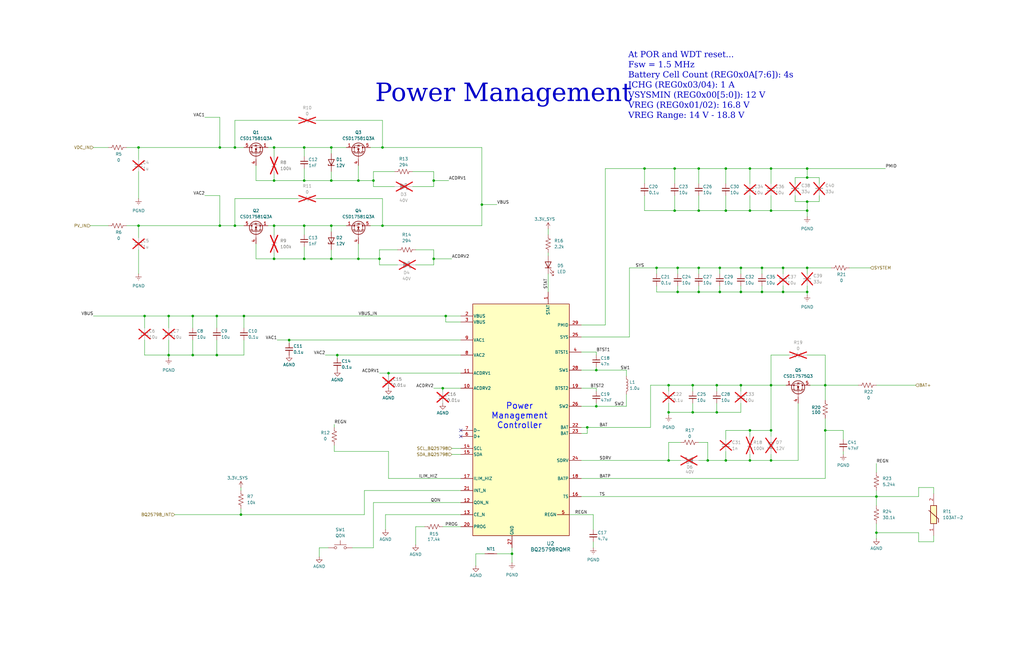
<source format=kicad_sch>
(kicad_sch (version 20231120) (generator "eeschema") (generator_version "8.0")
  (paper "B")
  (title_block (title "SCAN") (date "2025-01-30") (rev "v1.1") (company "Senior Design Group 35"))
  (junction (at 340.36 71.12))
  (junction (at 306.07 194.31))
  (junction (at 251.46 156.21))
  (junction (at 60.96 133.35))
  (junction (at 340.36 123.19))
  (junction (at 281.94 162.56))
  (junction (at 294.64 123.19))
  (junction (at 91.44 133.35))
  (junction (at 151.13 76.2))
  (junction (at 369.57 209.55))
  (junction (at 182.88 76.2))
  (junction (at 215.9 233.68))
  (junction (at 271.78 71.12))
  (junction (at 292.1 162.56))
  (junction (at 182.88 109.22))
  (junction (at 298.45 194.31))
  (junction (at 369.57 224.79))
  (junction (at 58.42 62.23))
  (junction (at 306.07 88.9))
  (junction (at 303.53 113.03))
  (junction (at 128.27 109.22))
  (junction (at 71.12 133.35))
  (junction (at 316.23 181.61))
  (junction (at 302.26 173.99))
  (junction (at 281.94 194.31))
  (junction (at 330.2 113.03))
  (junction (at 325.12 194.31))
  (junction (at 81.28 133.35))
  (junction (at 312.42 113.03))
  (junction (at 187.96 133.35))
  (junction (at 316.23 194.31))
  (junction (at 284.48 88.9))
  (junction (at 128.27 95.25))
  (junction (at 340.36 88.9))
  (junction (at 302.26 162.56))
  (junction (at 312.42 162.56))
  (junction (at 186.69 163.83))
  (junction (at 157.48 76.2))
  (junction (at 151.13 109.22))
  (junction (at 325.12 162.56))
  (junction (at 163.83 157.48))
  (junction (at 99.06 95.25))
  (junction (at 58.42 95.25))
  (junction (at 294.64 71.12))
  (junction (at 276.86 113.03))
  (junction (at 330.2 123.19))
  (junction (at 139.7 76.2))
  (junction (at 294.64 88.9))
  (junction (at 115.57 95.25))
  (junction (at 128.27 62.23))
  (junction (at 347.98 181.61))
  (junction (at 281.94 173.99))
  (junction (at 251.46 171.45))
  (junction (at 294.64 113.03))
  (junction (at 347.98 162.56))
  (junction (at 160.02 109.22))
  (junction (at 139.7 62.23))
  (junction (at 247.65 180.34))
  (junction (at 92.71 62.23))
  (junction (at 139.7 95.25))
  (junction (at 312.42 123.19))
  (junction (at 102.87 133.35))
  (junction (at 316.23 71.12))
  (junction (at 306.07 71.12))
  (junction (at 325.12 88.9))
  (junction (at 121.92 143.51))
  (junction (at 321.31 123.19))
  (junction (at 115.57 76.2))
  (junction (at 92.71 95.25))
  (junction (at 101.6 217.17))
  (junction (at 340.36 85.09))
  (junction (at 161.29 95.25))
  (junction (at 139.7 109.22))
  (junction (at 303.53 123.19))
  (junction (at 325.12 71.12))
  (junction (at 128.27 76.2))
  (junction (at 161.29 62.23))
  (junction (at 340.36 74.93))
  (junction (at 285.75 113.03))
  (junction (at 91.44 149.86))
  (junction (at 99.06 62.23))
  (junction (at 325.12 181.61))
  (junction (at 340.36 113.03))
  (junction (at 203.2 86.36))
  (junction (at 71.12 149.86))
  (junction (at 316.23 88.9))
  (junction (at 142.24 149.86))
  (junction (at 81.28 149.86))
  (junction (at 115.57 62.23))
  (junction (at 284.48 71.12))
  (junction (at 285.75 123.19))
  (junction (at 115.57 109.22))
  (junction (at 292.1 173.99))
  (junction (at 321.31 113.03))
  (no_connect (at 194.31 184.15))
  (no_connect (at 194.31 181.61))
  (wire (pts (xy 340.36 113.03) (xy 350.52 113.03)))
  (wire (pts (xy 91.44 149.86) (xy 81.28 149.86)))
  (wire (pts (xy 340.36 71.12) (xy 373.38 71.12)))
  (wire (pts (xy 190.5 189.23) (xy 194.31 189.23)))
  (wire (pts (xy 281.94 173.99) (xy 281.94 175.26)))
  (wire (pts (xy 128.27 76.2) (xy 115.57 76.2)))
  (wire (pts (xy 107.95 69.85) (xy 107.95 76.2)))
  (wire (pts (xy 245.11 194.31) (xy 281.94 194.31)))
  (wire (pts (xy 139.7 109.22) (xy 128.27 109.22)))
  (wire (pts (xy 153.67 207.01) (xy 194.31 207.01)))
  (wire (pts (xy 134.62 231.14) (xy 138.43 231.14)))
  (wire (pts (xy 157.48 76.2) (xy 151.13 76.2)))
  (wire (pts (xy 303.53 113.03) (xy 312.42 113.03)))
  (wire (pts (xy 393.7 228.6) (xy 393.7 226.06)))
  (wire (pts (xy 303.53 120.65) (xy 303.53 123.19)))
  (wire (pts (xy 340.36 85.09) (xy 345.44 85.09)))
  (wire (pts (xy 281.94 170.18) (xy 281.94 173.99)))
  (wire (pts (xy 115.57 95.25) (xy 115.57 99.06)))
  (wire (pts (xy 335.28 82.55) (xy 335.28 85.09)))
  (wire (pts (xy 245.11 148.59) (xy 251.46 148.59)))
  (wire (pts (xy 115.57 95.25) (xy 128.27 95.25)))
  (wire (pts (xy 340.36 88.9) (xy 325.12 88.9)))
  (wire (pts (xy 151.13 102.87) (xy 151.13 109.22)))
  (wire (pts (xy 53.34 95.25) (xy 58.42 95.25)))
  (wire (pts (xy 271.78 82.55) (xy 271.78 88.9)))
  (wire (pts (xy 325.12 71.12) (xy 340.36 71.12)))
  (wire (pts (xy 251.46 163.83) (xy 251.46 165.1)))
  (wire (pts (xy 182.88 111.76) (xy 182.88 109.22)))
  (wire (pts (xy 312.42 113.03) (xy 321.31 113.03)))
  (wire (pts (xy 255.27 137.16) (xy 245.11 137.16)))
  (wire (pts (xy 251.46 171.45) (xy 251.46 170.18)))
  (wire (pts (xy 316.23 71.12) (xy 325.12 71.12)))
  (wire (pts (xy 245.11 163.83) (xy 251.46 163.83)))
  (wire (pts (xy 285.75 120.65) (xy 285.75 123.19)))
  (wire (pts (xy 292.1 170.18) (xy 292.1 173.99)))
  (wire (pts (xy 186.69 163.83) (xy 186.69 165.1)))
  (wire (pts (xy 294.64 186.69) (xy 298.45 186.69)))
  (wire (pts (xy 294.64 71.12) (xy 294.64 77.47)))
  (wire (pts (xy 133.35 50.8) (xy 161.29 50.8)))
  (wire (pts (xy 316.23 181.61) (xy 325.12 181.61)))
  (wire (pts (xy 92.71 49.53) (xy 92.71 62.23)))
  (wire (pts (xy 312.42 123.19) (xy 321.31 123.19)))
  (wire (pts (xy 340.36 85.09) (xy 340.36 88.9)))
  (wire (pts (xy 265.43 113.03) (xy 276.86 113.03)))
  (wire (pts (xy 151.13 76.2) (xy 139.7 76.2)))
  (wire (pts (xy 393.7 205.74) (xy 393.7 208.28)))
  (wire (pts (xy 347.98 176.53) (xy 347.98 181.61)))
  (wire (pts (xy 285.75 113.03) (xy 285.75 115.57)))
  (wire (pts (xy 294.64 120.65) (xy 294.64 123.19)))
  (wire (pts (xy 175.26 222.25) (xy 179.07 222.25)))
  (wire (pts (xy 58.42 67.31) (xy 58.42 62.23)))
  (wire (pts (xy 91.44 133.35) (xy 102.87 133.35)))
  (wire (pts (xy 312.42 170.18) (xy 312.42 173.99)))
  (wire (pts (xy 203.2 95.25) (xy 203.2 86.36)))
  (wire (pts (xy 321.31 113.03) (xy 330.2 113.03)))
  (wire (pts (xy 107.95 102.87) (xy 107.95 109.22)))
  (wire (pts (xy 302.26 173.99) (xy 292.1 173.99)))
  (wire (pts (xy 285.75 123.19) (xy 294.64 123.19)))
  (wire (pts (xy 251.46 156.21) (xy 251.46 154.94)))
  (wire (pts (xy 340.36 120.65) (xy 340.36 123.19)))
  (wire (pts (xy 245.11 182.88) (xy 247.65 182.88)))
  (wire (pts (xy 274.32 162.56) (xy 281.94 162.56)))
  (wire (pts (xy 347.98 162.56) (xy 347.98 168.91)))
  (wire (pts (xy 340.36 149.86) (xy 347.98 149.86)))
  (wire (pts (xy 115.57 62.23) (xy 128.27 62.23)))
  (wire (pts (xy 245.11 171.45) (xy 251.46 171.45)))
  (wire (pts (xy 173.99 72.39) (xy 182.88 72.39)))
  (wire (pts (xy 107.95 76.2) (xy 115.57 76.2)))
  (wire (pts (xy 306.07 71.12) (xy 316.23 71.12)))
  (wire (pts (xy 125.73 50.8) (xy 99.06 50.8)))
  (wire (pts (xy 369.57 195.58) (xy 369.57 199.39)))
  (wire (pts (xy 182.88 105.41) (xy 182.88 109.22)))
  (wire (pts (xy 190.5 191.77) (xy 194.31 191.77)))
  (wire (pts (xy 298.45 194.31) (xy 306.07 194.31)))
  (wire (pts (xy 240.03 217.17) (xy 250.19 217.17)))
  (wire (pts (xy 215.9 231.14) (xy 215.9 233.68)))
  (wire (pts (xy 160.02 109.22) (xy 160.02 105.41)))
  (wire (pts (xy 306.07 181.61) (xy 316.23 181.61)))
  (wire (pts (xy 102.87 143.51) (xy 102.87 149.86)))
  (wire (pts (xy 102.87 149.86) (xy 91.44 149.86)))
  (wire (pts (xy 265.43 113.03) (xy 265.43 142.24)))
  (wire (pts (xy 140.97 179.07) (xy 140.97 180.34)))
  (wire (pts (xy 151.13 69.85) (xy 151.13 76.2)))
  (wire (pts (xy 306.07 88.9) (xy 316.23 88.9)))
  (wire (pts (xy 271.78 88.9) (xy 284.48 88.9)))
  (wire (pts (xy 86.36 49.53) (xy 92.71 49.53)))
  (wire (pts (xy 303.53 123.19) (xy 312.42 123.19)))
  (wire (pts (xy 71.12 133.35) (xy 81.28 133.35)))
  (wire (pts (xy 209.55 233.68) (xy 215.9 233.68)))
  (wire (pts (xy 128.27 95.25) (xy 139.7 95.25)))
  (wire (pts (xy 312.42 113.03) (xy 312.42 115.57)))
  (wire (pts (xy 325.12 191.77) (xy 325.12 194.31)))
  (wire (pts (xy 298.45 186.69) (xy 298.45 194.31)))
  (wire (pts (xy 325.12 149.86) (xy 325.12 162.56)))
  (wire (pts (xy 182.88 72.39) (xy 182.88 76.2)))
  (wire (pts (xy 369.57 209.55) (xy 369.57 213.36)))
  (wire (pts (xy 134.62 234.95) (xy 134.62 231.14)))
  (wire (pts (xy 115.57 109.22) (xy 115.57 106.68)))
  (wire (pts (xy 245.11 142.24) (xy 265.43 142.24)))
  (wire (pts (xy 73.66 217.17) (xy 101.6 217.17)))
  (wire (pts (xy 358.14 113.03) (xy 367.03 113.03)))
  (wire (pts (xy 316.23 184.15) (xy 316.23 181.61)))
  (wire (pts (xy 355.6 185.42) (xy 355.6 181.61)))
  (wire (pts (xy 281.94 162.56) (xy 292.1 162.56)))
  (wire (pts (xy 200.66 238.76) (xy 200.66 233.68)))
  (wire (pts (xy 292.1 162.56) (xy 302.26 162.56)))
  (wire (pts (xy 175.26 229.87) (xy 175.26 222.25)))
  (wire (pts (xy 53.34 62.23) (xy 58.42 62.23)))
  (wire (pts (xy 245.11 180.34) (xy 247.65 180.34)))
  (wire (pts (xy 369.57 220.98) (xy 369.57 224.79)))
  (wire (pts (xy 128.27 95.25) (xy 128.27 99.06)))
  (wire (pts (xy 186.69 163.83) (xy 194.31 163.83)))
  (wire (pts (xy 92.71 82.55) (xy 92.71 95.25)))
  (wire (pts (xy 60.96 133.35) (xy 60.96 138.43)))
  (wire (pts (xy 60.96 133.35) (xy 71.12 133.35)))
  (wire (pts (xy 139.7 105.41) (xy 139.7 109.22)))
  (wire (pts (xy 284.48 88.9) (xy 294.64 88.9)))
  (wire (pts (xy 71.12 143.51) (xy 71.12 149.86)))
  (wire (pts (xy 274.32 180.34) (xy 274.32 162.56)))
  (wire (pts (xy 139.7 95.25) (xy 146.05 95.25)))
  (wire (pts (xy 321.31 120.65) (xy 321.31 123.19)))
  (wire (pts (xy 347.98 149.86) (xy 347.98 162.56)))
  (wire (pts (xy 325.12 181.61) (xy 325.12 184.15)))
  (wire (pts (xy 302.26 162.56) (xy 302.26 165.1)))
  (wire (pts (xy 182.88 78.74) (xy 182.88 76.2)))
  (wire (pts (xy 387.35 205.74) (xy 393.7 205.74)))
  (wire (pts (xy 157.48 72.39) (xy 166.37 72.39)))
  (wire (pts (xy 99.06 95.25) (xy 102.87 95.25)))
  (wire (pts (xy 173.99 78.74) (xy 182.88 78.74)))
  (wire (pts (xy 175.26 105.41) (xy 182.88 105.41)))
  (wire (pts (xy 163.83 157.48) (xy 163.83 158.75)))
  (wire (pts (xy 101.6 217.17) (xy 153.67 217.17)))
  (wire (pts (xy 139.7 72.39) (xy 139.7 76.2)))
  (wire (pts (xy 162.56 217.17) (xy 194.31 217.17)))
  (wire (pts (xy 347.98 162.56) (xy 361.95 162.56)))
  (wire (pts (xy 128.27 104.14) (xy 128.27 109.22)))
  (wire (pts (xy 312.42 120.65) (xy 312.42 123.19)))
  (wire (pts (xy 209.55 86.36) (xy 203.2 86.36)))
  (wire (pts (xy 264.16 156.21) (xy 251.46 156.21)))
  (wire (pts (xy 151.13 109.22) (xy 139.7 109.22)))
  (wire (pts (xy 92.71 62.23) (xy 99.06 62.23)))
  (wire (pts (xy 113.03 62.23) (xy 115.57 62.23)))
  (wire (pts (xy 99.06 50.8) (xy 99.06 62.23)))
  (wire (pts (xy 231.14 106.68) (xy 231.14 107.95)))
  (wire (pts (xy 128.27 71.12) (xy 128.27 76.2)))
  (wire (pts (xy 39.37 133.35) (xy 60.96 133.35)))
  (wire (pts (xy 187.96 133.35) (xy 194.31 133.35)))
  (wire (pts (xy 182.88 76.2) (xy 189.23 76.2)))
  (wire (pts (xy 302.26 170.18) (xy 302.26 173.99)))
  (wire (pts (xy 58.42 62.23) (xy 92.71 62.23)))
  (wire (pts (xy 60.96 143.51) (xy 60.96 149.86)))
  (wire (pts (xy 161.29 62.23) (xy 203.2 62.23)))
  (wire (pts (xy 163.83 190.5) (xy 140.97 190.5)))
  (wire (pts (xy 139.7 95.25) (xy 139.7 97.79)))
  (wire (pts (xy 255.27 71.12) (xy 255.27 137.16)))
  (wire (pts (xy 163.83 157.48) (xy 194.31 157.48)))
  (wire (pts (xy 247.65 182.88) (xy 247.65 180.34)))
  (wire (pts (xy 316.23 82.55) (xy 316.23 88.9)))
  (wire (pts (xy 115.57 76.2) (xy 115.57 73.66)))
  (wire (pts (xy 153.67 217.17) (xy 153.67 207.01)))
  (wire (pts (xy 271.78 71.12) (xy 284.48 71.12)))
  (wire (pts (xy 58.42 105.41) (xy 58.42 115.57)))
  (wire (pts (xy 316.23 194.31) (xy 325.12 194.31)))
  (wire (pts (xy 325.12 71.12) (xy 325.12 77.47)))
  (wire (pts (xy 71.12 133.35) (xy 71.12 138.43)))
  (wire (pts (xy 245.11 156.21) (xy 251.46 156.21)))
  (wire (pts (xy 175.26 111.76) (xy 182.88 111.76)))
  (wire (pts (xy 161.29 95.25) (xy 203.2 95.25)))
  (wire (pts (xy 186.69 222.25) (xy 194.31 222.25)))
  (wire (pts (xy 369.57 207.01) (xy 369.57 209.55)))
  (wire (pts (xy 340.36 85.09) (xy 335.28 85.09)))
  (wire (pts (xy 247.65 180.34) (xy 274.32 180.34)))
  (wire (pts (xy 115.57 62.23) (xy 115.57 66.04)))
  (wire (pts (xy 281.94 162.56) (xy 281.94 165.1)))
  (wire (pts (xy 264.16 158.75) (xy 264.16 156.21)))
  (wire (pts (xy 113.03 95.25) (xy 115.57 95.25)))
  (wire (pts (xy 200.66 233.68) (xy 204.47 233.68)))
  (wire (pts (xy 58.42 95.25) (xy 92.71 95.25)))
  (wire (pts (xy 345.44 82.55) (xy 345.44 85.09)))
  (wire (pts (xy 58.42 72.39) (xy 58.42 83.82)))
  (wire (pts (xy 161.29 83.82) (xy 161.29 95.25)))
  (wire (pts (xy 340.36 123.19) (xy 330.2 123.19)))
  (wire (pts (xy 340.36 71.12) (xy 340.36 74.93)))
  (wire (pts (xy 157.48 231.14) (xy 157.48 212.09)))
  (wire (pts (xy 81.28 149.86) (xy 71.12 149.86)))
  (wire (pts (xy 340.36 74.93) (xy 345.44 74.93)))
  (wire (pts (xy 157.48 76.2) (xy 157.48 78.74)))
  (wire (pts (xy 345.44 74.93) (xy 345.44 77.47)))
  (wire (pts (xy 276.86 113.03) (xy 276.86 115.57)))
  (wire (pts (xy 332.74 149.86) (xy 325.12 149.86)))
  (wire (pts (xy 251.46 149.86) (xy 251.46 148.59)))
  (wire (pts (xy 321.31 123.19) (xy 330.2 123.19)))
  (wire (pts (xy 276.86 123.19) (xy 285.75 123.19)))
  (wire (pts (xy 303.53 113.03) (xy 303.53 115.57)))
  (wire (pts (xy 142.24 149.86) (xy 137.16 149.86)))
  (wire (pts (xy 340.36 113.03) (xy 340.36 115.57)))
  (wire (pts (xy 292.1 162.56) (xy 292.1 165.1)))
  (wire (pts (xy 203.2 86.36) (xy 203.2 62.23)))
  (wire (pts (xy 284.48 88.9) (xy 284.48 82.55)))
  (wire (pts (xy 312.42 162.56) (xy 325.12 162.56)))
  (wire (pts (xy 276.86 120.65) (xy 276.86 123.19)))
  (wire (pts (xy 340.36 74.93) (xy 335.28 74.93)))
  (wire (pts (xy 91.44 143.51) (xy 91.44 149.86)))
  (wire (pts (xy 294.64 113.03) (xy 303.53 113.03)))
  (wire (pts (xy 161.29 50.8) (xy 161.29 62.23)))
  (wire (pts (xy 255.27 71.12) (xy 271.78 71.12)))
  (wire (pts (xy 287.02 194.31) (xy 281.94 194.31)))
  (wire (pts (xy 156.21 95.25) (xy 161.29 95.25)))
  (wire (pts (xy 369.57 162.56) (xy 386.08 162.56)))
  (wire (pts (xy 287.02 186.69) (xy 281.94 186.69)))
  (wire (pts (xy 102.87 133.35) (xy 187.96 133.35)))
  (wire (pts (xy 71.12 149.86) (xy 71.12 151.13)))
  (wire (pts (xy 245.11 209.55) (xy 369.57 209.55)))
  (wire (pts (xy 325.12 162.56) (xy 325.12 181.61)))
  (wire (pts (xy 140.97 187.96) (xy 140.97 190.5)))
  (wire (pts (xy 194.31 201.93) (xy 163.83 201.93)))
  (wire (pts (xy 166.37 78.74) (xy 157.48 78.74)))
  (wire (pts (xy 128.27 62.23) (xy 139.7 62.23)))
  (wire (pts (xy 38.1 95.25) (xy 45.72 95.25)))
  (wire (pts (xy 81.28 133.35) (xy 81.28 138.43)))
  (wire (pts (xy 264.16 171.45) (xy 251.46 171.45)))
  (wire (pts (xy 187.96 135.89) (xy 187.96 133.35)))
  (wire (pts (xy 107.95 109.22) (xy 115.57 109.22)))
  (wire (pts (xy 167.64 111.76) (xy 160.02 111.76)))
  (wire (pts (xy 294.64 113.03) (xy 294.64 115.57)))
  (wire (pts (xy 325.12 82.55) (xy 325.12 88.9)))
  (wire (pts (xy 276.86 113.03) (xy 285.75 113.03)))
  (wire (pts (xy 215.9 233.68) (xy 215.9 237.49)))
  (wire (pts (xy 121.92 143.51) (xy 121.92 144.78)))
  (wire (pts (xy 163.83 201.93) (xy 163.83 190.5)))
  (wire (pts (xy 325.12 162.56) (xy 331.47 162.56)))
  (wire (pts (xy 162.56 223.52) (xy 162.56 217.17)))
  (wire (pts (xy 285.75 113.03) (xy 294.64 113.03)))
  (wire (pts (xy 347.98 181.61) (xy 355.6 181.61)))
  (wire (pts (xy 264.16 166.37) (xy 264.16 171.45)))
  (wire (pts (xy 101.6 214.63) (xy 101.6 217.17)))
  (wire (pts (xy 194.31 135.89) (xy 187.96 135.89)))
  (wire (pts (xy 139.7 62.23) (xy 146.05 62.23)))
  (wire (pts (xy 139.7 62.23) (xy 139.7 64.77)))
  (wire (pts (xy 292.1 173.99) (xy 281.94 173.99)))
  (wire (pts (xy 306.07 71.12) (xy 306.07 77.47)))
  (wire (pts (xy 321.31 113.03) (xy 321.31 115.57)))
  (wire (pts (xy 294.64 88.9) (xy 306.07 88.9)))
  (wire (pts (xy 160.02 157.48) (xy 163.83 157.48)))
  (wire (pts (xy 58.42 100.33) (xy 58.42 95.25)))
  (wire (pts (xy 294.64 123.19) (xy 303.53 123.19)))
  (wire (pts (xy 101.6 205.74) (xy 101.6 207.01)))
  (wire (pts (xy 128.27 109.22) (xy 115.57 109.22)))
  (wire (pts (xy 148.59 231.14) (xy 157.48 231.14)))
  (wire (pts (xy 387.35 209.55) (xy 387.35 205.74)))
  (wire (pts (xy 99.06 62.23) (xy 102.87 62.23)))
  (wire (pts (xy 335.28 74.93) (xy 335.28 77.47)))
  (wire (pts (xy 91.44 138.43) (xy 91.44 133.35)))
  (wire (pts (xy 294.64 71.12) (xy 306.07 71.12)))
  (wire (pts (xy 182.88 109.22) (xy 190.5 109.22)))
  (wire (pts (xy 156.21 62.23) (xy 161.29 62.23)))
  (wire (pts (xy 306.07 82.55) (xy 306.07 88.9)))
  (wire (pts (xy 92.71 95.25) (xy 99.06 95.25)))
  (wire (pts (xy 330.2 120.65) (xy 330.2 123.19)))
  (wire (pts (xy 142.24 149.86) (xy 142.24 151.13)))
  (wire (pts (xy 157.48 72.39) (xy 157.48 76.2)))
  (wire (pts (xy 330.2 113.03) (xy 340.36 113.03)))
  (wire (pts (xy 133.35 83.82) (xy 161.29 83.82)))
  (wire (pts (xy 355.6 190.5) (xy 355.6 191.77)))
  (wire (pts (xy 86.36 82.55) (xy 92.71 82.55)))
  (wire (pts (xy 312.42 162.56) (xy 312.42 165.1)))
  (wire (pts (xy 387.35 228.6) (xy 393.7 228.6)))
  (wire (pts (xy 128.27 62.23) (xy 128.27 66.04)))
  (wire (pts (xy 387.35 224.79) (xy 387.35 228.6)))
  (wire (pts (xy 245.11 201.93) (xy 347.98 201.93)))
  (wire (pts (xy 302.26 162.56) (xy 312.42 162.56)))
  (wire (pts (xy 39.37 62.23) (xy 45.72 62.23)))
  (wire (pts (xy 306.07 194.31) (xy 316.23 194.31)))
  (wire (pts (xy 139.7 76.2) (xy 128.27 76.2)))
  (wire (pts (xy 81.28 143.51) (xy 81.28 149.86)))
  (wire (pts (xy 347.98 162.56) (xy 341.63 162.56)))
  (wire (pts (xy 182.88 163.83) (xy 186.69 163.83)))
  (wire (pts (xy 306.07 185.42) (xy 306.07 181.61)))
  (wire (pts (xy 369.57 224.79) (xy 369.57 227.33)))
  (wire (pts (xy 316.23 71.12) (xy 316.23 77.47)))
  (wire (pts (xy 281.94 186.69) (xy 281.94 194.31)))
  (wire (pts (xy 336.55 170.18) (xy 336.55 194.31)))
  (wire (pts (xy 284.48 71.12) (xy 284.48 77.47)))
  (wire (pts (xy 125.73 83.82) (xy 99.06 83.82)))
  (wire (pts (xy 316.23 191.77) (xy 316.23 194.31)))
  (wire (pts (xy 231.14 96.52) (xy 231.14 99.06)))
  (wire (pts (xy 250.19 228.6) (xy 250.19 231.14)))
  (wire (pts (xy 81.28 133.35) (xy 91.44 133.35)))
  (wire (pts (xy 340.36 123.19) (xy 340.36 124.46)))
  (wire (pts (xy 294.64 82.55) (xy 294.64 88.9)))
  (wire (pts (xy 306.07 190.5) (xy 306.07 194.31)))
  (wire (pts (xy 294.64 194.31) (xy 298.45 194.31)))
  (wire (pts (xy 387.35 224.79) (xy 369.57 224.79)))
  (wire (pts (xy 312.42 173.99) (xy 302.26 173.99)))
  (wire (pts (xy 387.35 209.55) (xy 369.57 209.55)))
  (wire (pts (xy 340.36 88.9) (xy 340.36 91.44)))
  (wire (pts (xy 325.12 194.31) (xy 336.55 194.31)))
  (wire (pts (xy 347.98 181.61) (xy 347.98 201.93)))
  (wire (pts (xy 157.48 212.09) (xy 194.31 212.09)))
  (wire (pts (xy 151.13 109.22) (xy 160.02 109.22)))
  (wire (pts (xy 250.19 217.17) (xy 250.19 223.52)))
  (wire (pts (xy 160.02 111.76) (xy 160.02 109.22)))
  (wire (pts (xy 231.14 115.57) (xy 231.14 123.19)))
  (wire (pts (xy 194.31 143.51) (xy 121.92 143.51)))
  (wire (pts (xy 284.48 71.12) (xy 294.64 71.12)))
  (wire (pts (xy 60.96 149.86) (xy 71.12 149.86)))
  (wire (pts (xy 142.24 149.86) (xy 194.31 149.86)))
  (wire (pts (xy 330.2 113.03) (xy 330.2 115.57)))
  (wire (pts (xy 325.12 88.9) (xy 316.23 88.9)))
  (wire (pts (xy 121.92 143.51) (xy 116.84 143.51)))
  (wire (pts (xy 99.06 83.82) (xy 99.06 95.25)))
  (wire (pts (xy 102.87 133.35) (xy 102.87 138.43)))
  (wire (pts (xy 160.02 105.41) (xy 167.64 105.41)))
  (wire (pts (xy 271.78 71.12) (xy 271.78 77.47)))
  (text "At POR and WDT reset...\nFsw = 1.5 MHz \nBattery Cell Count (REG0x0A[7:6]): 4s\nICHG (REG0x03/04): 1 A\nVSYSMIN (REG0x00[5:0]): 12 V\nVREG (REG0x01/02): 16.8 V\nVREG Range: 14 V - 18.8 V\n" (at 264.922 51.054 0) (effects (font (size 2.54 2.54) (thickness 0.3175)) (justify left bottom)))
  (text "Power Management" (at 212.344 41.656 0) (effects (font (size 7.62 7.62) (thickness 0.9525))))
  (label "ACDRV2" (at 182.88 163.83 180))
  (label "REGN" (at 140.97 179.07 0))
  (label "PMID" (at 373.38 71.12 0))
  (label "QON" (at 181.61 212.09 0))
  (label "ACDRV1" (at 189.23 76.2 0))
  (label "STAT" (at 231.14 121.92 90))
  (label "VAC1" (at 86.36 49.53 180))
  (label "REGN" (at 247.65 217.17 180))
  (label "SYS" (at 267.97 113.03 0))
  (label "BAT" (at 252.73 180.34 0))
  (label "ACDRV1" (at 160.02 157.48 180))
  (label "TS" (at 252.73 209.55 0))
  (label "BTST2" (at 248.92 163.83 0))
  (label "VAC2" (at 86.36 82.55 180))
  (label "VAC1" (at 116.84 143.51 180))
  (label "BTST1" (at 251.46 148.59 0))
  (label "VAC2" (at 137.16 149.86 180))
  (label "VBUS" (at 39.37 133.35 180))
  (label "ACDRV2" (at 190.5 109.22 0))
  (label "REGN" (at 369.57 195.58 0))
  (label "VBUS_IN" (at 151.13 133.35 0))
  (label "VBUS" (at 209.55 86.36 0))
  (label "BATP" (at 252.73 201.93 0))
  (label "PROG" (at 193.04 222.25 180))
  (label "SW1" (at 261.62 156.21 0))
  (label "SDRV" (at 252.73 194.31 0))
  (label "ILIM_HIZ" (at 176.53 201.93 0))
  (label "SW2" (at 259.08 171.45 0))
  (hierarchical_label "SDA_BQ25798" (shape input) (at 190.5 191.77 180))
  (hierarchical_label "BQ25798_INT" (shape input) (at 73.66 217.17 180))
  (hierarchical_label "SCL_BQ25798" (shape input) (at 190.5 189.23 180))
  (hierarchical_label "SYSTEM" (shape input) (at 367.03 113.03 0))
  (hierarchical_label "BAT+" (shape input) (at 386.08 162.56 0))
  (hierarchical_label "VDC_IN" (shape input) (at 39.37 62.23 180))
  (hierarchical_label "PV_IN" (shape input) (at 38.1 95.25 180))
  (symbol (lib_id "Device:R_US") (at 129.54 83.82 90) (unit 1) (dnp yes)
    (property "Reference" "R11" (at 129.54 78.486 90))
    (property "Value" "0" (at 129.54 81.026 90))
    (property "Footprint" "Resistor_SMD:R_0805_2012Metric" (effects (hide yes)))
    (property "Description" "Resistor, US symbol" (effects (hide yes)))
  )
  (symbol (lib_id "Device:C_Small") (at 316.23 80.01 0) (unit 1) (dnp yes)
    (property "Reference" "C34" (at 318.008 78.74 0) (effects (justify left)))
    (property "Value" "10u" (at 318.008 81.28 0) (effects (justify left)))
    (property "Footprint" "Capacitor_SMD:C_0805_2012Metric" (effects (hide yes)))
    (property "Description" "ceramic" (effects (hide yes)))
  )
  (symbol (lib_id "power:+3.3V") (at 231.14 96.52 0) (unit 1)
    (property "Reference" "#PWR037" (effects (hide yes)))
    (property "Value" "3.3V_SYS" (at 225.298 92.456 0) (effects (justify left)))
    (property "Description" "Power symbol creates a global label with name \"+3.3V\"" (effects (hide yes)))
  )
  (symbol (lib_id "Device:C_Small") (at 186.69 167.64 0) (unit 1) (dnp yes)
    (property "Reference" "C16" (at 188.468 166.37 0) (effects (justify left)))
    (property "Value" "0.01u" (at 188.468 168.91 0) (effects (justify left)))
    (property "Footprint" "Capacitor_SMD:C_0402_1005Metric" (effects (hide yes)))
  )
  (symbol (lib_id "Device:C_Small") (at 355.6 187.96 0) (unit 1)
    (property "Reference" "C41" (at 357.378 186.69 0) (effects (justify left)))
    (property "Value" "47nF" (at 357.378 189.23 0) (effects (justify left)))
    (property "Footprint" "Capacitor_SMD:C_0402_1005Metric" (effects (hide yes)))
    (property "Description" "10V" (effects (hide yes)))
  )
  (symbol (lib_id "Device:R_US") (at 171.45 105.41 90) (unit 1)
    (property "Reference" "R14" (at 171.45 99.06 90))
    (property "Value" "294" (at 171.45 101.6 90))
    (property "Footprint" "Resistor_SMD:R_0603_1608Metric" (effects (hide yes)))
    (property "Description" "Resistor, US symbol" (effects (hide yes)))
  )
  (symbol (lib_id "power:GND") (at 175.26 229.87 0) (unit 1)
    (property "Reference" "#PWR033" (effects (hide yes)))
    (property "Value" "AGND" (at 175.26 233.934 0))
    (property "Description" "Power symbol creates a global label with name \"GND\" , ground" (effects (hide yes)))
  )
  (symbol (lib_id "Device:C_Small") (at 281.94 167.64 0) (unit 1) (dnp yes)
    (property "Reference" "C22" (at 283.718 166.37 0) (effects (justify left)))
    (property "Value" "0.1u" (at 283.718 168.91 0) (effects (justify left)))
    (property "Footprint" "Capacitor_SMD:C_0402_1005Metric" (effects (hide yes)))
  )
  (symbol (lib_id "Device:R_US") (at 354.33 113.03 90) (unit 1)
    (property "Reference" "R21" (at 354.838 115.824 90))
    (property "Value" "0" (at 354.838 118.364 90))
    (property "Footprint" "Resistor_SMD:R_2010_5025Metric" (effects (hide yes)))
    (property "Description" "Resistor, US symbol" (effects (hide yes)))
  )
  (symbol (lib_id "Device:C_Small") (at 60.96 140.97 0) (unit 1) (dnp yes)
    (property "Reference" "C6" (at 62.738 139.7 0) (effects (justify left)))
    (property "Value" "10u" (at 62.738 142.24 0) (effects (justify left)))
    (property "Footprint" "Capacitor_SMD:C_0805_2012Metric" (effects (hide yes)))
  )
  (symbol (lib_id "Device:C_Small") (at 325.12 80.01 0) (unit 1) (dnp yes)
    (property "Reference" "C36" (at 326.898 78.74 0) (effects (justify left)))
    (property "Value" "10u" (at 326.898 81.28 0) (effects (justify left)))
    (property "Footprint" "Capacitor_SMD:C_0805_2012Metric" (effects (hide yes)))
    (property "Description" "ceramic" (effects (hide yes)))
  )
  (symbol (lib_id "Device:C_Small") (at 303.53 118.11 0) (unit 1)
    (property "Reference" "C29" (at 305.308 116.84 0) (effects (justify left)))
    (property "Value" "10u" (at 305.308 119.38 0) (effects (justify left)))
    (property "Footprint" "Capacitor_SMD:C_0805_2012Metric" (effects (hide yes)))
  )
  (symbol (lib_id "Device:D_Zener") (at 139.7 68.58 90) (unit 1)
    (property "Reference" "D1" (at 141.732 67.31 90) (effects (justify right)))
    (property "Value" "12V" (at 141.732 69.85 90) (effects (justify right)))
    (property "Footprint" "Diode_SMD:D_SOD-523" (effects (hide yes)))
    (property "Description" "Zener diode" (effects (hide yes)))
  )
  (symbol (lib_id "Device:C_Small") (at 292.1 167.64 0) (unit 1)
    (property "Reference" "C25" (at 293.878 166.37 0) (effects (justify left)))
    (property "Value" "10u" (at 293.878 168.91 0) (effects (justify left)))
    (property "Footprint" "Capacitor_SMD:C_0603_1608Metric" (effects (hide yes)))
  )
  (symbol (lib_id "power:+3.3V") (at 101.6 205.74 0) (unit 1)
    (property "Reference" "#PWR027" (effects (hide yes)))
    (property "Value" "3.3V_SYS" (at 95.758 201.676 0) (effects (justify left)))
    (property "Description" "Power symbol creates a global label with name \"+3.3V\"" (effects (hide yes)))
  )
  (symbol (lib_id "Device:D_Zener") (at 325.12 187.96 90) (unit 1) (dnp yes)
    (property "Reference" "D7" (at 327.152 186.69 90) (effects (justify right)))
    (property "Value" "12V" (at 327.152 189.23 90) (effects (justify right)))
    (property "Footprint" "Diode_SMD:D_SOD-523" (effects (hide yes)))
    (property "Description" "Zener diode" (effects (hide yes)))
  )
  (symbol (lib_id "Device:C_Small") (at 251.46 152.4 0) (unit 1)
    (property "Reference" "C18" (at 253.238 151.13 0) (effects (justify left)))
    (property "Value" "47n" (at 253.238 153.67 0) (effects (justify left)))
    (property "Footprint" "Capacitor_SMD:C_0402_1005Metric" (effects (hide yes)))
    (property "Description" "10V or higher" (effects (hide yes)))
  )
  (symbol (lib_id "Device:C_Small") (at 294.64 80.01 0) (unit 1)
    (property "Reference" "C26" (at 296.418 78.74 0) (effects (justify left)))
    (property "Value" "10u" (at 296.418 81.28 0) (effects (justify left)))
    (property "Footprint" "Capacitor_SMD:C_0805_2012Metric" (effects (hide yes)))
    (property "Description" "ceramic" (effects (hide yes)))
  )
  (symbol (lib_id "Device:R_US") (at 365.76 162.56 90) (unit 1)
    (property "Reference" "R22" (at 366.268 165.354 90))
    (property "Value" "0" (at 366.268 167.894 90))
    (property "Footprint" "Resistor_SMD:R_2010_5025Metric" (effects (hide yes)))
    (property "Description" "Resistor, US symbol" (effects (hide yes)))
  )
  (symbol (lib_id "Device:C_Small") (at 121.92 147.32 0) (unit 1)
    (property "Reference" "C11" (at 123.698 146.05 0) (effects (justify left)))
    (property "Value" "0.1u" (at 123.698 148.59 0) (effects (justify left)))
    (property "Footprint" "Capacitor_SMD:C_0402_1005Metric" (effects (hide yes)))
  )
  (symbol (lib_id "Device:R_US") (at 316.23 187.96 180) (unit 1) (dnp yes)
    (property "Reference" "R18" (at 319.532 186.69 0))
    (property "Value" "100k" (at 320.04 189.23 0))
    (property "Footprint" "Resistor_SMD:R_0402_1005Metric" (effects (hide yes)))
    (property "Description" "Resistor, US symbol" (effects (hide yes)))
  )
  (symbol (lib_id "Device:R_US") (at 336.55 149.86 90) (unit 1) (dnp yes)
    (property "Reference" "R19" (at 336.55 144.526 90))
    (property "Value" "0" (at 336.55 147.066 90))
    (property "Footprint" "Resistor_SMD:R_0805_2012Metric" (effects (hide yes)))
    (property "Description" "Resistor, US symbol" (effects (hide yes)))
  )
  (symbol (lib_id "Device:C_Small") (at 142.24 153.67 0) (unit 1)
    (property "Reference" "C14" (at 144.018 152.4 0) (effects (justify left)))
    (property "Value" "0.1u" (at 144.018 154.94 0) (effects (justify left)))
    (property "Footprint" "Capacitor_SMD:C_0402_1005Metric" (effects (hide yes)))
  )
  (symbol (lib_id "Device:C_Small") (at 102.87 140.97 0) (unit 1)
    (property "Reference" "C10" (at 104.648 139.7 0) (effects (justify left)))
    (property "Value" "0.1u" (at 104.648 142.24 0) (effects (justify left)))
    (property "Footprint" "Capacitor_SMD:C_0402_1005Metric" (effects (hide yes)))
  )
  (symbol (lib_id "Device:R_US") (at 231.14 102.87 0) (unit 1)
    (property "Reference" "R16" (at 233.68 101.5999 0) (effects (justify left)))
    (property "Value" "2.2k" (at 233.68 104.1399 0) (effects (justify left)))
    (property "Footprint" "Resistor_SMD:R_0402_1005Metric" (effects (hide yes)))
    (property "Description" "Resistor, US symbol" (effects (hide yes)))
  )
  (symbol (lib_id "Device:C_Small") (at 312.42 118.11 0) (unit 1)
    (property "Reference" "C32" (at 314.198 116.84 0) (effects (justify left)))
    (property "Value" "10u" (at 314.198 119.38 0) (effects (justify left)))
    (property "Footprint" "Capacitor_SMD:C_0805_2012Metric" (effects (hide yes)))
  )
  (symbol (lib_id "power:GND") (at 186.69 170.18 0) (unit 1)
    (property "Reference" "#PWR034" (effects (hide yes)))
    (property "Value" "AGND" (at 186.69 174.244 0))
    (property "Description" "Power symbol creates a global label with name \"GND\" , ground" (effects (hide yes)))
  )
  (symbol (lib_id "power:GND") (at 134.62 234.95 0) (unit 1)
    (property "Reference" "#PWR029" (effects (hide yes)))
    (property "Value" "AGND" (at 134.62 239.014 0))
    (property "Description" "Power symbol creates a global label with name \"GND\" , ground" (effects (hide yes)))
  )
  (symbol (lib_id "Device:C_Small") (at 81.28 140.97 0) (unit 1)
    (property "Reference" "C8" (at 83.058 139.7 0) (effects (justify left)))
    (property "Value" "10u" (at 83.058 142.24 0) (effects (justify left)))
    (property "Footprint" "Capacitor_SMD:C_0805_2012Metric" (effects (hide yes)))
  )
  (symbol (lib_id "Device:C_Small") (at 128.27 68.58 0) (unit 1)
    (property "Reference" "C12" (at 130.048 67.31 0) (effects (justify left)))
    (property "Value" "1nF" (at 130.048 69.85 0) (effects (justify left)))
    (property "Footprint" "Capacitor_SMD:C_0402_1005Metric" (effects (hide yes)))
  )
  (symbol (lib_id "Device:R_US") (at 115.57 102.87 0) (unit 1) (dnp yes)
    (property "Reference" "R9" (at 118.11 101.5999 0) (effects (justify left)))
    (property "Value" "100k" (at 118.11 104.1399 0) (effects (justify left)))
    (property "Footprint" "Resistor_SMD:R_0402_1005Metric" (effects (hide yes)))
    (property "Description" "Resistor, US symbol" (effects (hide yes)))
  )
  (symbol (lib_id "Device:R_US") (at 129.54 50.8 90) (unit 1) (dnp yes)
    (property "Reference" "R10" (at 129.54 45.466 90))
    (property "Value" "0" (at 129.54 48.006 90))
    (property "Footprint" "Resistor_SMD:R_0805_2012Metric" (effects (hide yes)))
    (property "Description" "Resistor, US symbol" (effects (hide yes)))
  )
  (symbol (lib_id "Device:R_US") (at 49.53 95.25 90) (unit 1)
    (property "Reference" "R6" (at 50.038 98.044 90))
    (property "Value" "0" (at 50.038 100.584 90))
    (property "Footprint" "Resistor_SMD:R_2010_5025Metric" (effects (hide yes)))
    (property "Description" "Resistor, US symbol" (effects (hide yes)))
  )
  (symbol (lib_id "Device:R_US") (at 140.97 184.15 180) (unit 1)
    (property "Reference" "R12" (at 137.16 182.626 0))
    (property "Value" "0" (at 137.16 185.166 0))
    (property "Footprint" "Resistor_SMD:R_0805_2012Metric" (effects (hide yes)))
    (property "Description" "Resistor, US symbol" (effects (hide yes)))
  )
  (symbol (lib_id "power:GND") (at 200.66 238.76 0) (unit 1)
    (property "Reference" "#PWR035" (effects (hide yes)))
    (property "Value" "AGND" (at 200.66 242.824 0))
    (property "Description" "Power symbol creates a global label with name \"GND\" , ground" (effects (hide yes)))
  )
  (symbol (lib_id "Transistor_FET:CSD17577Q3A") (at 336.55 165.1 270) (mirror x) (unit 1)
    (property "Reference" "Q5" (at 336.55 156.21 90))
    (property "Value" "CSD17575Q3" (at 336.55 158.75 90))
    (property "Footprint" "Package_SON:VSON-8_3.3x3.3mm_P0.65mm_NexFET" (effects (hide yes)))
    (property "Datasheet" "https://www.ti.com/lit/ds/symlink/csd17577q3a.pdf" (effects (hide yes)))
    (property "Description" "35A Id, 30V Vds, NexFET N-Channel Power MOSFET, 4.0mOhm Ron, Qg Typ 12nC, VSON-8 3.3x3.3mm" (effects (hide yes)))
  )
  (symbol (lib_id "power:GNDREF") (at 281.94 175.26 0) (unit 1)
    (property "Reference" "#PWR039" (effects (hide yes)))
    (property "Value" "PGND" (at 281.94 180.34 0))
    (property "Description" "Power symbol creates a global label with name \"GNDREF\" , reference supply ground" (effects (hide yes)))
  )
  (symbol (lib_id "power:GNDREF") (at 58.42 83.82 0) (unit 1)
    (property "Reference" "#PWR024" (effects (hide yes)))
    (property "Value" "PGND" (at 58.42 88.9 0))
    (property "Description" "Power symbol creates a global label with name \"GNDREF\" , reference supply ground" (effects (hide yes)))
  )
  (symbol (lib_id "custom_symbols:103AT-2") (at 393.7 226.06 90) (unit 1)
    (property "Reference" "RT1" (at 397.51 215.8999 90) (effects (justify right)))
    (property "Value" "103AT-2" (at 397.51 218.4399 90) (effects (justify right)))
    (property "Footprint" "SCAN_footprints:103AT2" (effects (hide yes)))
    (property "Datasheet" "https://www.semitec-global.com/uploads/2022/01/P12-13-AT-Thermistor.pdf" (effects (hide yes)))
    (property "Description" "NTC (Negative Temperature Coefficient) Thermistors 10kohm 1%" (effects (hide yes)))
    (property "Height" "9.5" (effects (hide yes)))
    (property "Mouser Part Number" "954-103AT-2" (effects (hide yes)))
    (property "Mouser Price/Stock" "https://www.mouser.co.uk/ProductDetail/Semitec/103AT-2?qs=wgO0AD0o1vvcDzsKguD%252Bew%3D%3D" (effects (hide yes)))
    (property "Manufacturer_Name" "Semitec" (effects (hide yes)))
    (property "Manufacturer_Part_Number" "103AT-2" (effects (hide yes)))
  )
  (symbol (lib_id "Device:R_US") (at 290.83 186.69 90) (unit 1)
    (property "Reference" "R17" (at 290.83 181.61 90))
    (property "Value" "0" (at 290.83 184.15 90))
    (property "Footprint" "Resistor_SMD:R_0603_1608Metric" (effects (hide yes)))
    (property "Description" "Resistor, US symbol" (effects (hide yes)))
  )
  (symbol (lib_id "power:GND") (at 163.83 163.83 0) (unit 1)
    (property "Reference" "#PWR032" (effects (hide yes)))
    (property "Value" "AGND" (at 163.83 167.894 0))
    (property "Description" "Power symbol creates a global label with name \"GND\" , ground" (effects (hide yes)))
  )
  (symbol (lib_id "power:GNDREF") (at 355.6 191.77 0) (unit 1)
    (property "Reference" "#PWR042" (effects (hide yes)))
    (property "Value" "PGND" (at 355.6 196.342 0))
    (property "Description" "Power symbol creates a global label with name \"GNDREF\" , reference supply ground" (effects (hide yes)))
  )
  (symbol (lib_id "Device:C_Small") (at 285.75 118.11 0) (unit 1)
    (property "Reference" "C24" (at 287.528 116.84 0) (effects (justify left)))
    (property "Value" "10u" (at 287.528 119.38 0) (effects (justify left)))
    (property "Footprint" "Capacitor_SMD:C_0805_2012Metric" (effects (hide yes)))
  )
  (symbol (lib_id "Device:C_Small") (at 163.83 161.29 0) (unit 1) (dnp yes)
    (property "Reference" "C15" (at 165.608 160.02 0) (effects (justify left)))
    (property "Value" "0.01u" (at 165.608 162.56 0) (effects (justify left)))
    (property "Footprint" "Capacitor_SMD:C_0402_1005Metric" (effects (hide yes)))
  )
  (symbol (lib_id "Device:D_Schottky_Filled") (at 290.83 194.31 0) (unit 1) (dnp yes)
    (property "Reference" "D6" (at 290.83 197.104 0))
    (property "Value" "40V" (at 290.83 199.136 0))
    (property "Footprint" "Diode_SMD:D_SOD-523" (effects (hide yes)))
    (property "Description" "Schottky diode, filled shape" (effects (hide yes)))
  )
  (symbol (lib_id "Device:L") (at 264.16 162.56 0) (unit 1)
    (property "Reference" "L1" (at 265.43 161.2899 0) (effects (justify left)))
    (property "Value" "1.0u" (at 265.43 163.8299 0) (effects (justify left)))
    (property "Footprint" "SCAN_footprints:SPM6530" (effects (hide yes)))
    (property "Description" "Inductor" (effects (hide yes)))
  )
  (symbol (lib_id "Device:C_Small") (at 128.27 101.6 0) (unit 1)
    (property "Reference" "C13" (at 130.048 100.33 0) (effects (justify left)))
    (property "Value" "1nF" (at 130.048 102.87 0) (effects (justify left)))
    (property "Footprint" "Capacitor_SMD:C_0402_1005Metric" (effects (hide yes)))
  )
  (symbol (lib_id "power:GND") (at 142.24 156.21 0) (unit 1)
    (property "Reference" "#PWR030" (effects (hide yes)))
    (property "Value" "AGND" (at 142.24 160.274 0))
    (property "Description" "Power symbol creates a global label with name \"GND\" , ground" (effects (hide yes)))
  )
  (symbol (lib_id "Device:R_US") (at 49.53 62.23 90) (unit 1)
    (property "Reference" "R5" (at 50.038 65.024 90))
    (property "Value" "0" (at 50.038 67.564 90))
    (property "Footprint" "Resistor_SMD:R_2010_5025Metric" (effects (hide yes)))
    (property "Description" "Resistor, US symbol" (effects (hide yes)))
  )
  (symbol (lib_id "Device:LED") (at 231.14 111.76 90) (unit 1)
    (property "Reference" "D5" (at 234.95 112.0774 90) (effects (justify right)))
    (property "Value" "LED" (at 234.95 114.6174 90) (effects (justify right)))
    (property "Footprint" "LED_SMD:LED_0805_2012Metric" (effects (hide yes)))
    (property "Description" "Light emitting diode" (effects (hide yes)))
  )
  (symbol (lib_id "power:GND") (at 162.56 223.52 0) (unit 1)
    (property "Reference" "#PWR031" (effects (hide yes)))
    (property "Value" "AGND" (at 162.56 227.584 0))
    (property "Description" "Power symbol creates a global label with name \"GND\" , ground" (effects (hide yes)))
  )
  (symbol (lib_id "Device:NetTie_2") (at 207.01 233.68 0) (unit 1) (in_bom no)
    (property "Reference" "NT1" (at 207.01 231.648 0))
    (property "Value" "NetTie_2" (effects (hide yes)))
    (property "Description" "Net tie, 2 pins" (effects (hide yes)))
  )
  (symbol (lib_id "Device:R_US") (at 347.98 172.72 180) (unit 1)
    (property "Reference" "R20" (at 344.17 171.958 0))
    (property "Value" "100" (at 344.17 173.99 0))
    (property "Footprint" "Resistor_SMD:R_0603_1608Metric" (effects (hide yes)))
    (property "Description" "Resistor, US symbol" (effects (hide yes)))
  )
  (symbol (lib_id "power:GNDREF") (at 58.42 115.57 0) (unit 1)
    (property "Reference" "#PWR025" (effects (hide yes)))
    (property "Value" "PGND" (at 58.42 120.65 0))
    (property "Description" "Power symbol creates a global label with name \"GNDREF\" , reference supply ground" (effects (hide yes)))
  )
  (symbol (lib_id "Transistor_FET:CSD17581Q3A") (at 107.95 64.77 90) (unit 1)
    (property "Reference" "Q1" (at 107.95 55.88 90))
    (property "Value" "CSD17581Q3A" (at 107.95 58.42 90))
    (property "Footprint" "Package_SON:VSON-8_3.3x3.3mm_P0.65mm_NexFET" (effects (hide yes)))
    (property "Datasheet" "https://www.ti.com/lit/ds/symlink/csd17581q3a.pdf" (effects (hide yes)))
    (property "Description" "60A Id, 30V Vds, NexFET N-Channel Power MOSFET, 3.2mOhm Ron, Qg Typ 20nC, VSON-8 3.3x3.3mm" (effects (hide yes)))
  )
  (symbol (lib_id "Device:C_Small") (at 330.2 118.11 0) (unit 1) (dnp yes)
    (property "Reference" "C37" (at 331.978 116.84 0) (effects (justify left)))
    (property "Value" "10u" (at 331.978 119.38 0) (effects (justify left)))
    (property "Footprint" "Capacitor_SMD:C_0805_2012Metric" (effects (hide yes)))
  )
  (symbol (lib_id "Device:R_US") (at 369.57 217.17 0) (unit 1)
    (property "Reference" "R24" (at 372.11 215.8999 0) (effects (justify left)))
    (property "Value" "30.1k" (at 372.11 218.4399 0) (effects (justify left)))
    (property "Footprint" "Resistor_SMD:R_0402_1005Metric" (effects (hide yes)))
    (property "Description" "Resistor, US symbol" (effects (hide yes)))
  )
  (symbol (lib_id "Device:C_Small") (at 91.44 140.97 0) (unit 1)
    (property "Reference" "C9" (at 93.218 139.7 0) (effects (justify left)))
    (property "Value" "10u" (at 93.218 142.24 0) (effects (justify left)))
    (property "Footprint" "Capacitor_SMD:C_0805_2012Metric" (effects (hide yes)))
  )
  (symbol (lib_id "power:GND") (at 369.57 227.33 0) (unit 1)
    (property "Reference" "#PWR043" (effects (hide yes)))
    (property "Value" "AGND" (at 369.57 231.394 0))
    (property "Description" "Power symbol creates a global label with name \"GND\" , ground" (effects (hide yes)))
  )
  (symbol (lib_id "Device:C_Small") (at 302.26 167.64 0) (unit 1)
    (property "Reference" "C28" (at 304.038 166.37 0) (effects (justify left)))
    (property "Value" "10u" (at 304.038 168.91 0) (effects (justify left)))
    (property "Footprint" "Capacitor_SMD:C_0603_1608Metric" (effects (hide yes)))
  )
  (symbol (lib_id "power:GNDREF") (at 340.36 124.46 0) (unit 1)
    (property "Reference" "#PWR041" (effects (hide yes)))
    (property "Value" "PGND" (at 340.36 129.54 0))
    (property "Description" "Power symbol creates a global label with name \"GNDREF\" , reference supply ground" (effects (hide yes)))
  )
  (symbol (lib_id "Device:D_Schottky_Filled") (at 170.18 78.74 180) (unit 1) (dnp yes)
    (property "Reference" "D3" (at 170.18 82.042 0))
    (property "Value" "40V" (at 170.18 84.582 0))
    (property "Footprint" "Diode_SMD:D_SOD-523" (effects (hide yes)))
    (property "Description" "Schottky diode, filled shape" (effects (hide yes)))
  )
  (symbol (lib_id "Switch:SW_Push") (at 143.51 231.14 0) (mirror y) (unit 1)
    (property "Reference" "SW1" (at 143.51 223.52 0))
    (property "Value" "QON" (at 143.51 226.06 0))
    (property "Footprint" "SCAN_footprints:SW_SPST_PTS647_Sx38" (effects (hide yes)))
    (property "Description" "Push button switch, generic, two pins" (effects (hide yes)))
  )
  (symbol (lib_id "Device:D_Zener") (at 139.7 101.6 90) (unit 1)
    (property "Reference" "D2" (at 141.732 100.33 90) (effects (justify right)))
    (property "Value" "12V" (at 141.732 102.87 90) (effects (justify right)))
    (property "Footprint" "Diode_SMD:D_SOD-523" (effects (hide yes)))
    (property "Description" "Zener diode" (effects (hide yes)))
  )
  (symbol (lib_id "power:GNDREF") (at 340.36 91.44 0) (unit 1)
    (property "Reference" "#PWR040" (effects (hide yes)))
    (property "Value" "PGND" (at 340.36 96.52 0))
    (property "Description" "Power symbol creates a global label with name \"GNDREF\" , reference supply ground" (effects (hide yes)))
  )
  (symbol (lib_id "Device:C_Small") (at 58.42 69.85 0) (unit 1) (dnp yes)
    (property "Reference" "C4" (at 60.198 68.58 0) (effects (justify left)))
    (property "Value" "1u" (at 60.198 71.12 0) (effects (justify left)))
    (property "Footprint" "Capacitor_SMD:C_0805_2012Metric" (effects (hide yes)))
  )
  (symbol (lib_id "Device:C_Small") (at 276.86 118.11 0) (unit 1)
    (property "Reference" "C21" (at 278.638 116.84 0) (effects (justify left)))
    (property "Value" "0.1u" (at 278.638 119.38 0) (effects (justify left)))
    (property "Footprint" "Capacitor_SMD:C_0402_1005Metric" (effects (hide yes)))
  )
  (symbol (lib_id "Transistor_FET:CSD17581Q3A") (at 151.13 64.77 270) (mirror x) (unit 1)
    (property "Reference" "Q3" (at 151.13 55.88 90))
    (property "Value" "CSD17581Q3A" (at 151.13 58.42 90))
    (property "Footprint" "Package_SON:VSON-8_3.3x3.3mm_P0.65mm_NexFET" (effects (hide yes)))
    (property "Datasheet" "https://www.ti.com/lit/ds/symlink/csd17581q3a.pdf" (effects (hide yes)))
    (property "Description" "60A Id, 30V Vds, NexFET N-Channel Power MOSFET, 3.2mOhm Ron, Qg Typ 20nC, VSON-8 3.3x3.3mm" (effects (hide yes)))
  )
  (symbol (lib_id "Device:C_Small") (at 58.42 102.87 0) (unit 1) (dnp yes)
    (property "Reference" "C5" (at 60.198 101.6 0) (effects (justify left)))
    (property "Value" "1u" (at 60.198 104.14 0) (effects (justify left)))
    (property "Footprint" "Capacitor_SMD:C_0805_2012Metric" (effects (hide yes)))
  )
  (symbol (lib_id "power:GNDREF") (at 250.19 231.14 0) (unit 1)
    (property "Reference" "#PWR038" (effects (hide yes)))
    (property "Value" "PGND" (at 250.19 236.22 0))
    (property "Description" "Power symbol creates a global label with name \"GNDREF\" , reference supply ground" (effects (hide yes)))
  )
  (symbol (lib_id "Device:C_Polarized_Small_US") (at 345.44 80.01 0) (unit 1) (dnp yes)
    (property "Reference" "C40" (at 347.98 78.3081 0) (effects (justify left)))
    (property "Value" "33u" (at 347.98 80.8481 0) (effects (justify left)))
    (property "Footprint" "Capacitor_Tantalum_SMD:CP_EIA-7343-31_Kemet-D" (effects (hide yes)))
    (property "Description" "POSCAP" (effects (hide yes)))
  )
  (symbol (lib_id "Transistor_FET:CSD17581Q3A") (at 151.13 97.79 270) (mirror x) (unit 1)
    (property "Reference" "Q4" (at 151.13 88.9 90))
    (property "Value" "CSD17581Q3A" (at 151.13 91.44 90))
    (property "Footprint" "Package_SON:VSON-8_3.3x3.3mm_P0.65mm_NexFET" (effects (hide yes)))
    (property "Datasheet" "https://www.ti.com/lit/ds/symlink/csd17581q3a.pdf" (effects (hide yes)))
    (property "Description" "60A Id, 30V Vds, NexFET N-Channel Power MOSFET, 3.2mOhm Ron, Qg Typ 20nC, VSON-8 3.3x3.3mm" (effects (hide yes)))
  )
  (symbol (lib_id "Device:R_US") (at 101.6 210.82 0) (unit 1)
    (property "Reference" "R7" (at 104.14 209.5499 0) (effects (justify left)))
    (property "Value" "10k" (at 104.14 212.0899 0) (effects (justify left)))
    (property "Footprint" "Resistor_SMD:R_0805_2012Metric" (effects (hide yes)))
    (property "Description" "Resistor, US symbol" (effects (hide yes)))
  )
  (symbol (lib_id "Device:C_Small") (at 250.19 226.06 0) (unit 1)
    (property "Reference" "C17" (at 251.968 224.79 0) (effects (justify left)))
    (property "Value" "4.7u" (at 251.968 227.33 0) (effects (justify left)))
    (property "Footprint" "Capacitor_SMD:C_0603_1608Metric" (effects (hide yes)))
    (property "Description" "10V" (effects (hide yes)))
  )
  (symbol (lib_id "Device:C_Small") (at 312.42 167.64 0) (unit 1) (dnp yes)
    (property "Reference" "C33" (at 314.198 166.37 0) (effects (justify left)))
    (property "Value" "10u" (at 314.198 168.91 0) (effects (justify left)))
    (property "Footprint" "Capacitor_SMD:C_0603_1608Metric" (effects (hide yes)))
  )
  (symbol (lib_id "Device:C_Small") (at 251.46 167.64 0) (unit 1)
    (property "Reference" "C19" (at 253.238 166.37 0) (effects (justify left)))
    (property "Value" "47nF" (at 253.238 168.91 0) (effects (justify left)))
    (property "Footprint" "Capacitor_SMD:C_0402_1005Metric" (effects (hide yes)))
    (property "Description" "10V or higher" (effects (hide yes)))
  )
  (symbol (lib_id "Device:D_Schottky_Filled") (at 171.45 111.76 180) (unit 1) (dnp yes)
    (property "Reference" "D4" (at 171.45 115.062 0))
    (property "Value" "40V" (at 171.45 117.602 0))
    (property "Footprint" "Diode_SMD:D_SOD-523" (effects (hide yes)))
    (property "Description" "Schottky diode, filled shape" (effects (hide yes)))
  )
  (symbol (lib_id "Transistor_FET:CSD17581Q3A") (at 107.95 97.79 90) (unit 1)
    (property "Reference" "Q2" (at 107.95 88.9 90))
    (property "Value" "CSD17581Q3A" (at 107.95 91.44 90))
    (property "Footprint" "Package_SON:VSON-8_3.3x3.3mm_P0.65mm_NexFET" (effects (hide yes)))
    (property "Datasheet" "https://www.ti.com/lit/ds/symlink/csd17581q3a.pdf" (effects (hide yes)))
    (property "Description" "60A Id, 30V Vds, NexFET N-Channel Power MOSFET, 3.2mOhm Ron, Qg Typ 20nC, VSON-8 3.3x3.3mm" (effects (hide yes)))
  )
  (symbol (lib_id "Device:C_Small") (at 294.64 118.11 0) (unit 1)
    (property "Reference" "C27" (at 296.418 116.84 0) (effects (justify left)))
    (property "Value" "10u" (at 296.418 119.38 0) (effects (justify left)))
    (property "Footprint" "Capacitor_SMD:C_0805_2012Metric" (effects (hide yes)))
  )
  (symbol (lib_id "custom_symbols:BQ25798RQMR") (at 194.31 133.35 0) (unit 1)
    (property "Reference" "U2" (at 232.156 229.362 0) (effects (font (size 1.524 1.524))))
    (property "Value" "BQ25798RQMR" (at 232.156 231.902 0) (effects (font (size 1.524 1.524))))
    (property "Footprint" "SCAN_footprints:IC_BQ25798RQMR" (effects (hide yes)))
    (property "Datasheet" "BQ25798RQMR" (effects (hide yes)))
  )
  (symbol (lib_id "power:GNDREF") (at 215.9 237.49 0) (unit 1)
    (property "Reference" "#PWR036" (effects (hide yes)))
    (property "Value" "PGND" (at 215.9 242.57 0))
    (property "Description" "Power symbol creates a global label with name \"GNDREF\" , reference supply ground" (effects (hide yes)))
  )
  (symbol (lib_id "Device:C_Small") (at 271.78 80.01 0) (unit 1)
    (property "Reference" "C20" (at 273.558 78.74 0) (effects (justify left)))
    (property "Value" "0.1u" (at 273.558 81.28 0) (effects (justify left)))
    (property "Footprint" "Capacitor_SMD:C_0402_1005Metric" (effects (hide yes)))
    (property "Description" "ceramic" (effects (hide yes)))
  )
  (symbol (lib_id "Device:C_Polarized_Small_US") (at 340.36 118.11 0) (unit 1) (dnp yes)
    (property "Reference" "C39" (at 342.9 116.4081 0) (effects (justify left)))
    (property "Value" "33u" (at 342.9 118.9481 0) (effects (justify left)))
    (property "Footprint" "Capacitor_Tantalum_SMD:CP_EIA-7343-31_Kemet-D" (effects (hide yes)))
    (property "Description" "POSCAP" (effects (hide yes)))
  )
  (symbol (lib_id "Device:C_Small") (at 306.07 80.01 0) (unit 1)
    (property "Reference" "C30" (at 307.848 78.74 0) (effects (justify left)))
    (property "Value" "10u" (at 307.848 81.28 0) (effects (justify left)))
    (property "Footprint" "Capacitor_SMD:C_0805_2012Metric" (effects (hide yes)))
    (property "Description" "ceramic" (effects (hide yes)))
  )
  (symbol (lib_id "Device:C_Small") (at 306.07 187.96 0) (unit 1) (dnp yes)
    (property "Reference" "C31" (at 308.61 186.6962 0) (effects (justify left)))
    (property "Value" "1n" (at 308.61 189.2362 0) (effects (justify left)))
    (property "Footprint" "Resistor_SMD:R_0402_1005Metric" (effects (hide yes)))
    (property "Description" "Unpolarized capacitor, small symbol" (effects (hide yes)))
  )
  (symbol (lib_id "Device:R_US") (at 369.57 203.2 0) (unit 1)
    (property "Reference" "R23" (at 372.11 201.9299 0) (effects (justify left)))
    (property "Value" "5.24k" (at 372.11 204.4699 0) (effects (justify left)))
    (property "Footprint" "Resistor_SMD:R_0402_1005Metric" (effects (hide yes)))
    (property "Description" "Resistor, US symbol" (effects (hide yes)))
  )
  (symbol (lib_id "Device:R_US") (at 182.88 222.25 90) (mirror x) (unit 1)
    (property "Reference" "R15" (at 184.912 225.298 90) (effects (justify left)))
    (property "Value" "17.4k" (at 185.674 227.584 90) (effects (justify left)))
    (property "Footprint" "Resistor_SMD:R_0603_1608Metric" (effects (hide yes)))
    (property "Description" "1-2% tol" (effects (hide yes)))
  )
  (symbol (lib_id "power:GNDREF") (at 71.12 151.13 0) (unit 1)
    (property "Reference" "#PWR026" (effects (hide yes)))
    (property "Value" "PGND" (at 71.12 156.21 0))
    (property "Description" "Power symbol creates a global label with name \"GNDREF\" , reference supply ground" (effects (hide yes)))
  )
  (symbol (lib_id "Device:C_Polarized_Small_US") (at 335.28 80.01 0) (unit 1) (dnp yes)
    (property "Reference" "C38" (at 337.82 78.3081 0) (effects (justify left)))
    (property "Value" "33u" (at 337.82 80.8481 0) (effects (justify left)))
    (property "Footprint" "Capacitor_Tantalum_SMD:CP_EIA-7343-31_Kemet-D" (effects (hide yes)))
    (property "Description" "POSCAP" (effects (hide yes)))
  )
  (symbol (lib_id "power:GND") (at 121.92 149.86 0) (unit 1)
    (property "Reference" "#PWR028" (effects (hide yes)))
    (property "Value" "AGND" (at 121.92 153.924 0))
    (property "Description" "Power symbol creates a global label with name \"GND\" , ground" (effects (hide yes)))
  )
  (symbol (lib_id "Device:C_Small") (at 321.31 118.11 0) (unit 1)
    (property "Reference" "C35" (at 323.088 116.84 0) (effects (justify left)))
    (property "Value" "10u" (at 323.088 119.38 0) (effects (justify left)))
    (property "Footprint" "Capacitor_SMD:C_0805_2012Metric" (effects (hide yes)))
  )
  (symbol (lib_id "Device:R_US") (at 115.57 69.85 0) (unit 1) (dnp yes)
    (property "Reference" "R8" (at 118.11 68.5799 0) (effects (justify left)))
    (property "Value" "100k" (at 118.11 71.1199 0) (effects (justify left)))
    (property "Footprint" "Resistor_SMD:R_0402_1005Metric" (effects (hide yes)))
    (property "Description" "Resistor, US symbol" (effects (hide yes)))
  )
  (symbol (lib_id "Device:C_Small") (at 284.48 80.01 0) (unit 1)
    (property "Reference" "C23" (at 286.258 78.74 0) (effects (justify left)))
    (property "Value" "10u" (at 286.258 81.28 0) (effects (justify left)))
    (property "Footprint" "Capacitor_SMD:C_0805_2012Metric" (effects (hide yes)))
    (property "Description" "ceramic" (effects (hide yes)))
  )
  (symbol (lib_id "Device:C_Small") (at 71.12 140.97 0) (unit 1) (dnp yes)
    (property "Reference" "C7" (at 72.898 139.7 0) (effects (justify left)))
    (property "Value" "10u" (at 72.898 142.24 0) (effects (justify left)))
    (property "Footprint" "Capacitor_SMD:C_0805_2012Metric" (effects (hide yes)))
  )
  (symbol (lib_id "Device:R_US") (at 170.18 72.39 90) (unit 1)
    (property "Reference" "R13" (at 170.18 67.056 90))
    (property "Value" "294" (at 170.18 69.596 90))
    (property "Footprint" "Resistor_SMD:R_0603_1608Metric" (effects (hide yes)))
    (property "Description" "Resistor, US symbol" (effects (hide yes)))
  )
)
</source>
